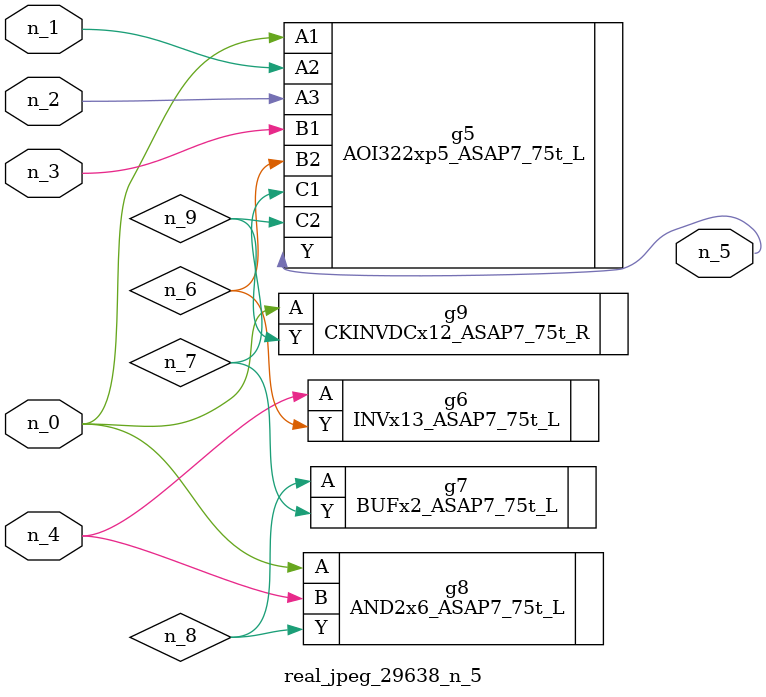
<source format=v>
module real_jpeg_29638_n_5 (n_4, n_0, n_1, n_2, n_3, n_5);

input n_4;
input n_0;
input n_1;
input n_2;
input n_3;

output n_5;

wire n_8;
wire n_6;
wire n_7;
wire n_9;

AOI322xp5_ASAP7_75t_L g5 ( 
.A1(n_0),
.A2(n_1),
.A3(n_2),
.B1(n_3),
.B2(n_6),
.C1(n_7),
.C2(n_9),
.Y(n_5)
);

AND2x6_ASAP7_75t_L g8 ( 
.A(n_0),
.B(n_4),
.Y(n_8)
);

CKINVDCx12_ASAP7_75t_R g9 ( 
.A(n_0),
.Y(n_9)
);

INVx13_ASAP7_75t_L g6 ( 
.A(n_4),
.Y(n_6)
);

BUFx2_ASAP7_75t_L g7 ( 
.A(n_8),
.Y(n_7)
);


endmodule
</source>
